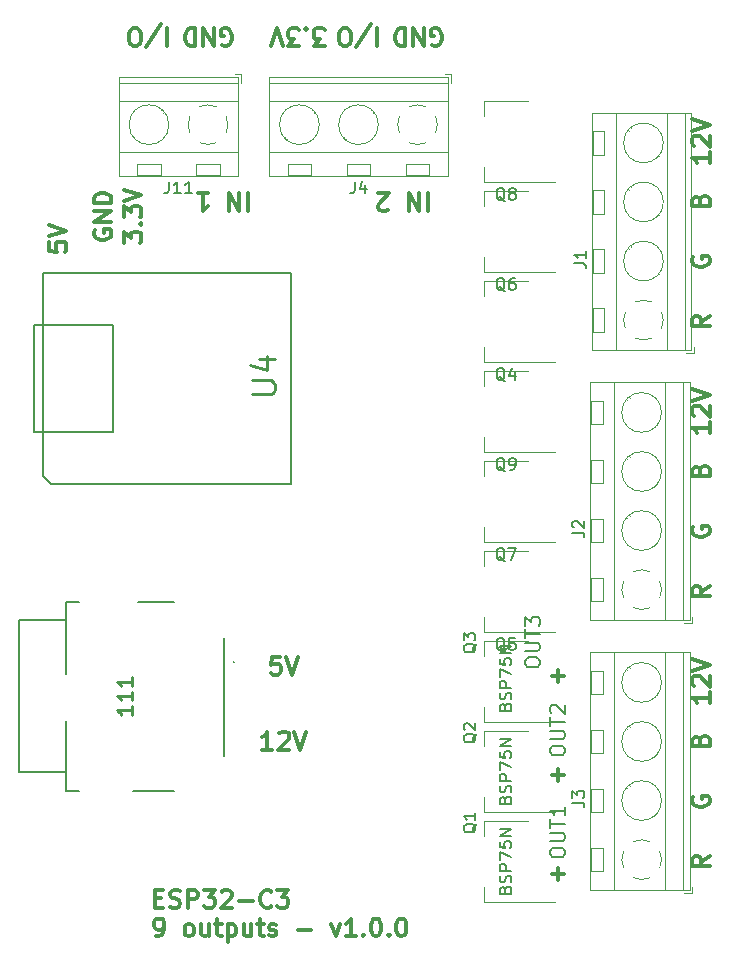
<source format=gbr>
%TF.GenerationSoftware,KiCad,Pcbnew,(6.0.6-0)*%
%TF.CreationDate,2023-10-25T18:50:17+02:00*%
%TF.ProjectId,9outputs,396f7574-7075-4747-932e-6b696361645f,rev?*%
%TF.SameCoordinates,Original*%
%TF.FileFunction,Legend,Top*%
%TF.FilePolarity,Positive*%
%FSLAX46Y46*%
G04 Gerber Fmt 4.6, Leading zero omitted, Abs format (unit mm)*
G04 Created by KiCad (PCBNEW (6.0.6-0)) date 2023-10-25 18:50:17*
%MOMM*%
%LPD*%
G01*
G04 APERTURE LIST*
%ADD10C,0.325000*%
%ADD11C,0.300000*%
%ADD12C,0.200000*%
%ADD13C,0.150000*%
%ADD14C,0.250000*%
%ADD15C,0.254000*%
%ADD16C,0.120000*%
%ADD17C,0.127000*%
%ADD18C,0.100000*%
G04 APERTURE END LIST*
D10*
X134726864Y-89190237D02*
X134726864Y-88199760D01*
X135222102Y-88694999D02*
X134231626Y-88694999D01*
D11*
X147589571Y-81069714D02*
X146875285Y-81569714D01*
X147589571Y-81926857D02*
X146089571Y-81926857D01*
X146089571Y-81355428D01*
X146161000Y-81212571D01*
X146232428Y-81141142D01*
X146375285Y-81069714D01*
X146589571Y-81069714D01*
X146732428Y-81141142D01*
X146803857Y-81212571D01*
X146875285Y-81355428D01*
X146875285Y-81926857D01*
X147589571Y-67222571D02*
X147589571Y-68079714D01*
X147589571Y-67651142D02*
X146089571Y-67651142D01*
X146303857Y-67794000D01*
X146446714Y-67936857D01*
X146518142Y-68079714D01*
X146232428Y-66651142D02*
X146161000Y-66579714D01*
X146089571Y-66436857D01*
X146089571Y-66079714D01*
X146161000Y-65936857D01*
X146232428Y-65865428D01*
X146375285Y-65794000D01*
X146518142Y-65794000D01*
X146732428Y-65865428D01*
X147589571Y-66722571D01*
X147589571Y-65794000D01*
X146089571Y-65365428D02*
X147589571Y-64865428D01*
X146089571Y-64365428D01*
X146161000Y-53201142D02*
X146089571Y-53344000D01*
X146089571Y-53558285D01*
X146161000Y-53772571D01*
X146303857Y-53915428D01*
X146446714Y-53986857D01*
X146732428Y-54058285D01*
X146946714Y-54058285D01*
X147232428Y-53986857D01*
X147375285Y-53915428D01*
X147518142Y-53772571D01*
X147589571Y-53558285D01*
X147589571Y-53415428D01*
X147518142Y-53201142D01*
X147446714Y-53129714D01*
X146946714Y-53129714D01*
X146946714Y-53415428D01*
X91634571Y-51974714D02*
X91634571Y-52689000D01*
X92348857Y-52760428D01*
X92277428Y-52689000D01*
X92206000Y-52546142D01*
X92206000Y-52189000D01*
X92277428Y-52046142D01*
X92348857Y-51974714D01*
X92491714Y-51903285D01*
X92848857Y-51903285D01*
X92991714Y-51974714D01*
X93063142Y-52046142D01*
X93134571Y-52189000D01*
X93134571Y-52546142D01*
X93063142Y-52689000D01*
X92991714Y-52760428D01*
X91634571Y-51474714D02*
X93134571Y-50974714D01*
X91634571Y-50474714D01*
X97984571Y-51998285D02*
X97984571Y-51069714D01*
X98556000Y-51569714D01*
X98556000Y-51355428D01*
X98627428Y-51212571D01*
X98698857Y-51141142D01*
X98841714Y-51069714D01*
X99198857Y-51069714D01*
X99341714Y-51141142D01*
X99413142Y-51212571D01*
X99484571Y-51355428D01*
X99484571Y-51784000D01*
X99413142Y-51926857D01*
X99341714Y-51998285D01*
X99341714Y-50426857D02*
X99413142Y-50355428D01*
X99484571Y-50426857D01*
X99413142Y-50498285D01*
X99341714Y-50426857D01*
X99484571Y-50426857D01*
X97984571Y-49855428D02*
X97984571Y-48926857D01*
X98556000Y-49426857D01*
X98556000Y-49212571D01*
X98627428Y-49069714D01*
X98698857Y-48998285D01*
X98841714Y-48926857D01*
X99198857Y-48926857D01*
X99341714Y-48998285D01*
X99413142Y-49069714D01*
X99484571Y-49212571D01*
X99484571Y-49641142D01*
X99413142Y-49784000D01*
X99341714Y-49855428D01*
X97984571Y-48498285D02*
X99484571Y-47998285D01*
X97984571Y-47498285D01*
X108497428Y-47835428D02*
X108497428Y-49335428D01*
X107783142Y-47835428D02*
X107783142Y-49335428D01*
X106926000Y-47835428D01*
X106926000Y-49335428D01*
X104283142Y-47835428D02*
X105140285Y-47835428D01*
X104711714Y-47835428D02*
X104711714Y-49335428D01*
X104854571Y-49121142D01*
X104997428Y-48978285D01*
X105140285Y-48906857D01*
X123737428Y-47835428D02*
X123737428Y-49335428D01*
X123023142Y-47835428D02*
X123023142Y-49335428D01*
X122166000Y-47835428D01*
X122166000Y-49335428D01*
X120380285Y-49192571D02*
X120308857Y-49264000D01*
X120166000Y-49335428D01*
X119808857Y-49335428D01*
X119666000Y-49264000D01*
X119594571Y-49192571D01*
X119523142Y-49049714D01*
X119523142Y-48906857D01*
X119594571Y-48692571D01*
X120451714Y-47835428D01*
X119523142Y-47835428D01*
X110577428Y-94912571D02*
X109720285Y-94912571D01*
X110148857Y-94912571D02*
X110148857Y-93412571D01*
X110006000Y-93626857D01*
X109863142Y-93769714D01*
X109720285Y-93841142D01*
X111148857Y-93555428D02*
X111220285Y-93484000D01*
X111363142Y-93412571D01*
X111720285Y-93412571D01*
X111863142Y-93484000D01*
X111934571Y-93555428D01*
X112006000Y-93698285D01*
X112006000Y-93841142D01*
X111934571Y-94055428D01*
X111077428Y-94912571D01*
X112006000Y-94912571D01*
X112434571Y-93412571D02*
X112934571Y-94912571D01*
X113434571Y-93412571D01*
D12*
X134076483Y-103748237D02*
X134076483Y-103510141D01*
X134136007Y-103391094D01*
X134255054Y-103272046D01*
X134493149Y-103212522D01*
X134909816Y-103212522D01*
X135147911Y-103272046D01*
X135266959Y-103391094D01*
X135326483Y-103510141D01*
X135326483Y-103748237D01*
X135266959Y-103867284D01*
X135147911Y-103986332D01*
X134909816Y-104045856D01*
X134493149Y-104045856D01*
X134255054Y-103986332D01*
X134136007Y-103867284D01*
X134076483Y-103748237D01*
X134076483Y-102676808D02*
X135088387Y-102676808D01*
X135207435Y-102617284D01*
X135266959Y-102557760D01*
X135326483Y-102438713D01*
X135326483Y-102200618D01*
X135266959Y-102081570D01*
X135207435Y-102022046D01*
X135088387Y-101962522D01*
X134076483Y-101962522D01*
X134076483Y-101545856D02*
X134076483Y-100831570D01*
X135326483Y-101188713D02*
X134076483Y-101188713D01*
X135326483Y-99760141D02*
X135326483Y-100474427D01*
X135326483Y-100117284D02*
X134076483Y-100117284D01*
X134255054Y-100236332D01*
X134374102Y-100355379D01*
X134433626Y-100474427D01*
D11*
X146161000Y-76061142D02*
X146089571Y-76204000D01*
X146089571Y-76418285D01*
X146161000Y-76632571D01*
X146303857Y-76775428D01*
X146446714Y-76846857D01*
X146732428Y-76918285D01*
X146946714Y-76918285D01*
X147232428Y-76846857D01*
X147375285Y-76775428D01*
X147518142Y-76632571D01*
X147589571Y-76418285D01*
X147589571Y-76275428D01*
X147518142Y-76061142D01*
X147446714Y-75989714D01*
X146946714Y-75989714D01*
X146946714Y-76275428D01*
D10*
X134726864Y-97572237D02*
X134726864Y-96581760D01*
X135222102Y-97076999D02*
X134231626Y-97076999D01*
D12*
X134076483Y-95112237D02*
X134076483Y-94874141D01*
X134136007Y-94755094D01*
X134255054Y-94636046D01*
X134493149Y-94576522D01*
X134909816Y-94576522D01*
X135147911Y-94636046D01*
X135266959Y-94755094D01*
X135326483Y-94874141D01*
X135326483Y-95112237D01*
X135266959Y-95231284D01*
X135147911Y-95350332D01*
X134909816Y-95409856D01*
X134493149Y-95409856D01*
X134255054Y-95350332D01*
X134136007Y-95231284D01*
X134076483Y-95112237D01*
X134076483Y-94040808D02*
X135088387Y-94040808D01*
X135207435Y-93981284D01*
X135266959Y-93921760D01*
X135326483Y-93802713D01*
X135326483Y-93564618D01*
X135266959Y-93445570D01*
X135207435Y-93386046D01*
X135088387Y-93326522D01*
X134076483Y-93326522D01*
X134076483Y-92909856D02*
X134076483Y-92195570D01*
X135326483Y-92552713D02*
X134076483Y-92552713D01*
X134195530Y-91838427D02*
X134136007Y-91778903D01*
X134076483Y-91659856D01*
X134076483Y-91362237D01*
X134136007Y-91243189D01*
X134195530Y-91183665D01*
X134314578Y-91124141D01*
X134433626Y-91124141D01*
X134612197Y-91183665D01*
X135326483Y-91897951D01*
X135326483Y-91124141D01*
D11*
X147589571Y-44362571D02*
X147589571Y-45219714D01*
X147589571Y-44791142D02*
X146089571Y-44791142D01*
X146303857Y-44934000D01*
X146446714Y-45076857D01*
X146518142Y-45219714D01*
X146232428Y-43791142D02*
X146161000Y-43719714D01*
X146089571Y-43576857D01*
X146089571Y-43219714D01*
X146161000Y-43076857D01*
X146232428Y-43005428D01*
X146375285Y-42934000D01*
X146518142Y-42934000D01*
X146732428Y-43005428D01*
X147589571Y-43862571D01*
X147589571Y-42934000D01*
X146089571Y-42505428D02*
X147589571Y-42005428D01*
X146089571Y-41505428D01*
X146803857Y-48406857D02*
X146875285Y-48192571D01*
X146946714Y-48121142D01*
X147089571Y-48049714D01*
X147303857Y-48049714D01*
X147446714Y-48121142D01*
X147518142Y-48192571D01*
X147589571Y-48335428D01*
X147589571Y-48906857D01*
X146089571Y-48906857D01*
X146089571Y-48406857D01*
X146161000Y-48264000D01*
X146232428Y-48192571D01*
X146375285Y-48121142D01*
X146518142Y-48121142D01*
X146661000Y-48192571D01*
X146732428Y-48264000D01*
X146803857Y-48406857D01*
X146803857Y-48906857D01*
X147589571Y-90082571D02*
X147589571Y-90939714D01*
X147589571Y-90511142D02*
X146089571Y-90511142D01*
X146303857Y-90654000D01*
X146446714Y-90796857D01*
X146518142Y-90939714D01*
X146232428Y-89511142D02*
X146161000Y-89439714D01*
X146089571Y-89296857D01*
X146089571Y-88939714D01*
X146161000Y-88796857D01*
X146232428Y-88725428D01*
X146375285Y-88654000D01*
X146518142Y-88654000D01*
X146732428Y-88725428D01*
X147589571Y-89582571D01*
X147589571Y-88654000D01*
X146089571Y-88225428D02*
X147589571Y-87725428D01*
X146089571Y-87225428D01*
X147589571Y-103929714D02*
X146875285Y-104429714D01*
X147589571Y-104786857D02*
X146089571Y-104786857D01*
X146089571Y-104215428D01*
X146161000Y-104072571D01*
X146232428Y-104001142D01*
X146375285Y-103929714D01*
X146589571Y-103929714D01*
X146732428Y-104001142D01*
X146803857Y-104072571D01*
X146875285Y-104215428D01*
X146875285Y-104786857D01*
X111220285Y-87062571D02*
X110506000Y-87062571D01*
X110434571Y-87776857D01*
X110506000Y-87705428D01*
X110648857Y-87634000D01*
X111006000Y-87634000D01*
X111148857Y-87705428D01*
X111220285Y-87776857D01*
X111291714Y-87919714D01*
X111291714Y-88276857D01*
X111220285Y-88419714D01*
X111148857Y-88491142D01*
X111006000Y-88562571D01*
X110648857Y-88562571D01*
X110506000Y-88491142D01*
X110434571Y-88419714D01*
X111720285Y-87062571D02*
X112220285Y-88562571D01*
X112720285Y-87062571D01*
D12*
X131976233Y-87655237D02*
X131976233Y-87417141D01*
X132035757Y-87298094D01*
X132154804Y-87179046D01*
X132392899Y-87119522D01*
X132809566Y-87119522D01*
X133047661Y-87179046D01*
X133166709Y-87298094D01*
X133226233Y-87417141D01*
X133226233Y-87655237D01*
X133166709Y-87774284D01*
X133047661Y-87893332D01*
X132809566Y-87952856D01*
X132392899Y-87952856D01*
X132154804Y-87893332D01*
X132035757Y-87774284D01*
X131976233Y-87655237D01*
X131976233Y-86583808D02*
X132988137Y-86583808D01*
X133107185Y-86524284D01*
X133166709Y-86464760D01*
X133226233Y-86345713D01*
X133226233Y-86107618D01*
X133166709Y-85988570D01*
X133107185Y-85929046D01*
X132988137Y-85869522D01*
X131976233Y-85869522D01*
X131976233Y-85452856D02*
X131976233Y-84738570D01*
X133226233Y-85095713D02*
X131976233Y-85095713D01*
X131976233Y-84440951D02*
X131976233Y-83667141D01*
X132452423Y-84083808D01*
X132452423Y-83905237D01*
X132511947Y-83786189D01*
X132571471Y-83726665D01*
X132690518Y-83667141D01*
X132988137Y-83667141D01*
X133107185Y-83726665D01*
X133166709Y-83786189D01*
X133226233Y-83905237D01*
X133226233Y-84262379D01*
X133166709Y-84381427D01*
X133107185Y-84440951D01*
D11*
X101647428Y-33865428D02*
X101647428Y-35365428D01*
X99861714Y-35436857D02*
X101147428Y-33508285D01*
X99076000Y-35365428D02*
X98790285Y-35365428D01*
X98647428Y-35294000D01*
X98504571Y-35151142D01*
X98433142Y-34865428D01*
X98433142Y-34365428D01*
X98504571Y-34079714D01*
X98647428Y-33936857D01*
X98790285Y-33865428D01*
X99076000Y-33865428D01*
X99218857Y-33936857D01*
X99361714Y-34079714D01*
X99433142Y-34365428D01*
X99433142Y-34865428D01*
X99361714Y-35151142D01*
X99218857Y-35294000D01*
X99076000Y-35365428D01*
X106298857Y-35294000D02*
X106441714Y-35365428D01*
X106656000Y-35365428D01*
X106870285Y-35294000D01*
X107013142Y-35151142D01*
X107084571Y-35008285D01*
X107156000Y-34722571D01*
X107156000Y-34508285D01*
X107084571Y-34222571D01*
X107013142Y-34079714D01*
X106870285Y-33936857D01*
X106656000Y-33865428D01*
X106513142Y-33865428D01*
X106298857Y-33936857D01*
X106227428Y-34008285D01*
X106227428Y-34508285D01*
X106513142Y-34508285D01*
X105584571Y-33865428D02*
X105584571Y-35365428D01*
X104727428Y-33865428D01*
X104727428Y-35365428D01*
X104013142Y-33865428D02*
X104013142Y-35365428D01*
X103656000Y-35365428D01*
X103441714Y-35294000D01*
X103298857Y-35151142D01*
X103227428Y-35008285D01*
X103156000Y-34722571D01*
X103156000Y-34508285D01*
X103227428Y-34222571D01*
X103298857Y-34079714D01*
X103441714Y-33936857D01*
X103656000Y-33865428D01*
X104013142Y-33865428D01*
X147589571Y-58209714D02*
X146875285Y-58709714D01*
X147589571Y-59066857D02*
X146089571Y-59066857D01*
X146089571Y-58495428D01*
X146161000Y-58352571D01*
X146232428Y-58281142D01*
X146375285Y-58209714D01*
X146589571Y-58209714D01*
X146732428Y-58281142D01*
X146803857Y-58352571D01*
X146875285Y-58495428D01*
X146875285Y-59066857D01*
X119427428Y-33865428D02*
X119427428Y-35365428D01*
X117641714Y-35436857D02*
X118927428Y-33508285D01*
X116856000Y-35365428D02*
X116570285Y-35365428D01*
X116427428Y-35294000D01*
X116284571Y-35151142D01*
X116213142Y-34865428D01*
X116213142Y-34365428D01*
X116284571Y-34079714D01*
X116427428Y-33936857D01*
X116570285Y-33865428D01*
X116856000Y-33865428D01*
X116998857Y-33936857D01*
X117141714Y-34079714D01*
X117213142Y-34365428D01*
X117213142Y-34865428D01*
X117141714Y-35151142D01*
X116998857Y-35294000D01*
X116856000Y-35365428D01*
X114990285Y-35365428D02*
X114061714Y-35365428D01*
X114561714Y-34794000D01*
X114347428Y-34794000D01*
X114204571Y-34722571D01*
X114133142Y-34651142D01*
X114061714Y-34508285D01*
X114061714Y-34151142D01*
X114133142Y-34008285D01*
X114204571Y-33936857D01*
X114347428Y-33865428D01*
X114776000Y-33865428D01*
X114918857Y-33936857D01*
X114990285Y-34008285D01*
X113418857Y-34008285D02*
X113347428Y-33936857D01*
X113418857Y-33865428D01*
X113490285Y-33936857D01*
X113418857Y-34008285D01*
X113418857Y-33865428D01*
X112847428Y-35365428D02*
X111918857Y-35365428D01*
X112418857Y-34794000D01*
X112204571Y-34794000D01*
X112061714Y-34722571D01*
X111990285Y-34651142D01*
X111918857Y-34508285D01*
X111918857Y-34151142D01*
X111990285Y-34008285D01*
X112061714Y-33936857D01*
X112204571Y-33865428D01*
X112633142Y-33865428D01*
X112776000Y-33936857D01*
X112847428Y-34008285D01*
X111490285Y-35365428D02*
X110990285Y-33865428D01*
X110490285Y-35365428D01*
X124078857Y-35294000D02*
X124221714Y-35365428D01*
X124436000Y-35365428D01*
X124650285Y-35294000D01*
X124793142Y-35151142D01*
X124864571Y-35008285D01*
X124936000Y-34722571D01*
X124936000Y-34508285D01*
X124864571Y-34222571D01*
X124793142Y-34079714D01*
X124650285Y-33936857D01*
X124436000Y-33865428D01*
X124293142Y-33865428D01*
X124078857Y-33936857D01*
X124007428Y-34008285D01*
X124007428Y-34508285D01*
X124293142Y-34508285D01*
X123364571Y-33865428D02*
X123364571Y-35365428D01*
X122507428Y-33865428D01*
X122507428Y-35365428D01*
X121793142Y-33865428D02*
X121793142Y-35365428D01*
X121436000Y-35365428D01*
X121221714Y-35294000D01*
X121078857Y-35151142D01*
X121007428Y-35008285D01*
X120936000Y-34722571D01*
X120936000Y-34508285D01*
X121007428Y-34222571D01*
X121078857Y-34079714D01*
X121221714Y-33936857D01*
X121436000Y-33865428D01*
X121793142Y-33865428D01*
X95516000Y-50926857D02*
X95444571Y-51069714D01*
X95444571Y-51284000D01*
X95516000Y-51498285D01*
X95658857Y-51641142D01*
X95801714Y-51712571D01*
X96087428Y-51784000D01*
X96301714Y-51784000D01*
X96587428Y-51712571D01*
X96730285Y-51641142D01*
X96873142Y-51498285D01*
X96944571Y-51284000D01*
X96944571Y-51141142D01*
X96873142Y-50926857D01*
X96801714Y-50855428D01*
X96301714Y-50855428D01*
X96301714Y-51141142D01*
X96944571Y-50212571D02*
X95444571Y-50212571D01*
X96944571Y-49355428D01*
X95444571Y-49355428D01*
X96944571Y-48641142D02*
X95444571Y-48641142D01*
X95444571Y-48284000D01*
X95516000Y-48069714D01*
X95658857Y-47926857D01*
X95801714Y-47855428D01*
X96087428Y-47784000D01*
X96301714Y-47784000D01*
X96587428Y-47855428D01*
X96730285Y-47926857D01*
X96873142Y-48069714D01*
X96944571Y-48284000D01*
X96944571Y-48641142D01*
X100628142Y-107524357D02*
X101128142Y-107524357D01*
X101342428Y-108310071D02*
X100628142Y-108310071D01*
X100628142Y-106810071D01*
X101342428Y-106810071D01*
X101913857Y-108238642D02*
X102128142Y-108310071D01*
X102485285Y-108310071D01*
X102628142Y-108238642D01*
X102699571Y-108167214D01*
X102771000Y-108024357D01*
X102771000Y-107881500D01*
X102699571Y-107738642D01*
X102628142Y-107667214D01*
X102485285Y-107595785D01*
X102199571Y-107524357D01*
X102056714Y-107452928D01*
X101985285Y-107381500D01*
X101913857Y-107238642D01*
X101913857Y-107095785D01*
X101985285Y-106952928D01*
X102056714Y-106881500D01*
X102199571Y-106810071D01*
X102556714Y-106810071D01*
X102771000Y-106881500D01*
X103413857Y-108310071D02*
X103413857Y-106810071D01*
X103985285Y-106810071D01*
X104128142Y-106881500D01*
X104199571Y-106952928D01*
X104271000Y-107095785D01*
X104271000Y-107310071D01*
X104199571Y-107452928D01*
X104128142Y-107524357D01*
X103985285Y-107595785D01*
X103413857Y-107595785D01*
X104771000Y-106810071D02*
X105699571Y-106810071D01*
X105199571Y-107381500D01*
X105413857Y-107381500D01*
X105556714Y-107452928D01*
X105628142Y-107524357D01*
X105699571Y-107667214D01*
X105699571Y-108024357D01*
X105628142Y-108167214D01*
X105556714Y-108238642D01*
X105413857Y-108310071D01*
X104985285Y-108310071D01*
X104842428Y-108238642D01*
X104771000Y-108167214D01*
X106271000Y-106952928D02*
X106342428Y-106881500D01*
X106485285Y-106810071D01*
X106842428Y-106810071D01*
X106985285Y-106881500D01*
X107056714Y-106952928D01*
X107128142Y-107095785D01*
X107128142Y-107238642D01*
X107056714Y-107452928D01*
X106199571Y-108310071D01*
X107128142Y-108310071D01*
X107771000Y-107738642D02*
X108913857Y-107738642D01*
X110485285Y-108167214D02*
X110413857Y-108238642D01*
X110199571Y-108310071D01*
X110056714Y-108310071D01*
X109842428Y-108238642D01*
X109699571Y-108095785D01*
X109628142Y-107952928D01*
X109556714Y-107667214D01*
X109556714Y-107452928D01*
X109628142Y-107167214D01*
X109699571Y-107024357D01*
X109842428Y-106881500D01*
X110056714Y-106810071D01*
X110199571Y-106810071D01*
X110413857Y-106881500D01*
X110485285Y-106952928D01*
X110985285Y-106810071D02*
X111913857Y-106810071D01*
X111413857Y-107381500D01*
X111628142Y-107381500D01*
X111771000Y-107452928D01*
X111842428Y-107524357D01*
X111913857Y-107667214D01*
X111913857Y-108024357D01*
X111842428Y-108167214D01*
X111771000Y-108238642D01*
X111628142Y-108310071D01*
X111199571Y-108310071D01*
X111056714Y-108238642D01*
X110985285Y-108167214D01*
X100699571Y-110725071D02*
X100985285Y-110725071D01*
X101128142Y-110653642D01*
X101199571Y-110582214D01*
X101342428Y-110367928D01*
X101413857Y-110082214D01*
X101413857Y-109510785D01*
X101342428Y-109367928D01*
X101271000Y-109296500D01*
X101128142Y-109225071D01*
X100842428Y-109225071D01*
X100699571Y-109296500D01*
X100628142Y-109367928D01*
X100556714Y-109510785D01*
X100556714Y-109867928D01*
X100628142Y-110010785D01*
X100699571Y-110082214D01*
X100842428Y-110153642D01*
X101128142Y-110153642D01*
X101271000Y-110082214D01*
X101342428Y-110010785D01*
X101413857Y-109867928D01*
X103413857Y-110725071D02*
X103271000Y-110653642D01*
X103199571Y-110582214D01*
X103128142Y-110439357D01*
X103128142Y-110010785D01*
X103199571Y-109867928D01*
X103271000Y-109796500D01*
X103413857Y-109725071D01*
X103628142Y-109725071D01*
X103771000Y-109796500D01*
X103842428Y-109867928D01*
X103913857Y-110010785D01*
X103913857Y-110439357D01*
X103842428Y-110582214D01*
X103771000Y-110653642D01*
X103628142Y-110725071D01*
X103413857Y-110725071D01*
X105199571Y-109725071D02*
X105199571Y-110725071D01*
X104556714Y-109725071D02*
X104556714Y-110510785D01*
X104628142Y-110653642D01*
X104771000Y-110725071D01*
X104985285Y-110725071D01*
X105128142Y-110653642D01*
X105199571Y-110582214D01*
X105699571Y-109725071D02*
X106271000Y-109725071D01*
X105913857Y-109225071D02*
X105913857Y-110510785D01*
X105985285Y-110653642D01*
X106128142Y-110725071D01*
X106271000Y-110725071D01*
X106771000Y-109725071D02*
X106771000Y-111225071D01*
X106771000Y-109796500D02*
X106913857Y-109725071D01*
X107199571Y-109725071D01*
X107342428Y-109796500D01*
X107413857Y-109867928D01*
X107485285Y-110010785D01*
X107485285Y-110439357D01*
X107413857Y-110582214D01*
X107342428Y-110653642D01*
X107199571Y-110725071D01*
X106913857Y-110725071D01*
X106771000Y-110653642D01*
X108771000Y-109725071D02*
X108771000Y-110725071D01*
X108128142Y-109725071D02*
X108128142Y-110510785D01*
X108199571Y-110653642D01*
X108342428Y-110725071D01*
X108556714Y-110725071D01*
X108699571Y-110653642D01*
X108771000Y-110582214D01*
X109271000Y-109725071D02*
X109842428Y-109725071D01*
X109485285Y-109225071D02*
X109485285Y-110510785D01*
X109556714Y-110653642D01*
X109699571Y-110725071D01*
X109842428Y-110725071D01*
X110271000Y-110653642D02*
X110413857Y-110725071D01*
X110699571Y-110725071D01*
X110842428Y-110653642D01*
X110913857Y-110510785D01*
X110913857Y-110439357D01*
X110842428Y-110296500D01*
X110699571Y-110225071D01*
X110485285Y-110225071D01*
X110342428Y-110153642D01*
X110271000Y-110010785D01*
X110271000Y-109939357D01*
X110342428Y-109796500D01*
X110485285Y-109725071D01*
X110699571Y-109725071D01*
X110842428Y-109796500D01*
X112699571Y-110153642D02*
X113842428Y-110153642D01*
X115556714Y-109725071D02*
X115913857Y-110725071D01*
X116271000Y-109725071D01*
X117628142Y-110725071D02*
X116771000Y-110725071D01*
X117199571Y-110725071D02*
X117199571Y-109225071D01*
X117056714Y-109439357D01*
X116913857Y-109582214D01*
X116771000Y-109653642D01*
X118271000Y-110582214D02*
X118342428Y-110653642D01*
X118271000Y-110725071D01*
X118199571Y-110653642D01*
X118271000Y-110582214D01*
X118271000Y-110725071D01*
X119271000Y-109225071D02*
X119413857Y-109225071D01*
X119556714Y-109296500D01*
X119628142Y-109367928D01*
X119699571Y-109510785D01*
X119771000Y-109796500D01*
X119771000Y-110153642D01*
X119699571Y-110439357D01*
X119628142Y-110582214D01*
X119556714Y-110653642D01*
X119413857Y-110725071D01*
X119271000Y-110725071D01*
X119128142Y-110653642D01*
X119056714Y-110582214D01*
X118985285Y-110439357D01*
X118913857Y-110153642D01*
X118913857Y-109796500D01*
X118985285Y-109510785D01*
X119056714Y-109367928D01*
X119128142Y-109296500D01*
X119271000Y-109225071D01*
X120413857Y-110582214D02*
X120485285Y-110653642D01*
X120413857Y-110725071D01*
X120342428Y-110653642D01*
X120413857Y-110582214D01*
X120413857Y-110725071D01*
X121413857Y-109225071D02*
X121556714Y-109225071D01*
X121699571Y-109296500D01*
X121771000Y-109367928D01*
X121842428Y-109510785D01*
X121913857Y-109796500D01*
X121913857Y-110153642D01*
X121842428Y-110439357D01*
X121771000Y-110582214D01*
X121699571Y-110653642D01*
X121556714Y-110725071D01*
X121413857Y-110725071D01*
X121271000Y-110653642D01*
X121199571Y-110582214D01*
X121128142Y-110439357D01*
X121056714Y-110153642D01*
X121056714Y-109796500D01*
X121128142Y-109510785D01*
X121199571Y-109367928D01*
X121271000Y-109296500D01*
X121413857Y-109225071D01*
D10*
X134726864Y-105954237D02*
X134726864Y-104963760D01*
X135222102Y-105458999D02*
X134231626Y-105458999D01*
D11*
X146803857Y-94126857D02*
X146875285Y-93912571D01*
X146946714Y-93841142D01*
X147089571Y-93769714D01*
X147303857Y-93769714D01*
X147446714Y-93841142D01*
X147518142Y-93912571D01*
X147589571Y-94055428D01*
X147589571Y-94626857D01*
X146089571Y-94626857D01*
X146089571Y-94126857D01*
X146161000Y-93984000D01*
X146232428Y-93912571D01*
X146375285Y-93841142D01*
X146518142Y-93841142D01*
X146661000Y-93912571D01*
X146732428Y-93984000D01*
X146803857Y-94126857D01*
X146803857Y-94626857D01*
X146161000Y-98921142D02*
X146089571Y-99064000D01*
X146089571Y-99278285D01*
X146161000Y-99492571D01*
X146303857Y-99635428D01*
X146446714Y-99706857D01*
X146732428Y-99778285D01*
X146946714Y-99778285D01*
X147232428Y-99706857D01*
X147375285Y-99635428D01*
X147518142Y-99492571D01*
X147589571Y-99278285D01*
X147589571Y-99135428D01*
X147518142Y-98921142D01*
X147446714Y-98849714D01*
X146946714Y-98849714D01*
X146946714Y-99135428D01*
X146803857Y-71266857D02*
X146875285Y-71052571D01*
X146946714Y-70981142D01*
X147089571Y-70909714D01*
X147303857Y-70909714D01*
X147446714Y-70981142D01*
X147518142Y-71052571D01*
X147589571Y-71195428D01*
X147589571Y-71766857D01*
X146089571Y-71766857D01*
X146089571Y-71266857D01*
X146161000Y-71124000D01*
X146232428Y-71052571D01*
X146375285Y-70981142D01*
X146518142Y-70981142D01*
X146661000Y-71052571D01*
X146732428Y-71124000D01*
X146803857Y-71266857D01*
X146803857Y-71766857D01*
D13*
%TO.C,J1*%
X136123380Y-53722333D02*
X136837666Y-53722333D01*
X136980523Y-53769952D01*
X137075761Y-53865190D01*
X137123380Y-54008047D01*
X137123380Y-54103285D01*
X137123380Y-52722333D02*
X137123380Y-53293761D01*
X137123380Y-53008047D02*
X136123380Y-53008047D01*
X136266238Y-53103285D01*
X136361476Y-53198523D01*
X136409095Y-53293761D01*
%TO.C,Q7*%
X130260768Y-78961618D02*
X130165530Y-78913999D01*
X130070292Y-78818760D01*
X129927435Y-78675903D01*
X129832197Y-78628284D01*
X129736959Y-78628284D01*
X129784578Y-78866379D02*
X129689340Y-78818760D01*
X129594102Y-78723522D01*
X129546483Y-78533046D01*
X129546483Y-78199713D01*
X129594102Y-78009237D01*
X129689340Y-77913999D01*
X129784578Y-77866379D01*
X129975054Y-77866379D01*
X130070292Y-77913999D01*
X130165530Y-78009237D01*
X130213149Y-78199713D01*
X130213149Y-78533046D01*
X130165530Y-78723522D01*
X130070292Y-78818760D01*
X129975054Y-78866379D01*
X129784578Y-78866379D01*
X130546483Y-77866379D02*
X131213149Y-77866379D01*
X130784578Y-78866379D01*
%TO.C,Q9*%
X130260768Y-71341618D02*
X130165530Y-71293999D01*
X130070292Y-71198760D01*
X129927435Y-71055903D01*
X129832197Y-71008284D01*
X129736959Y-71008284D01*
X129784578Y-71246379D02*
X129689340Y-71198760D01*
X129594102Y-71103522D01*
X129546483Y-70913046D01*
X129546483Y-70579713D01*
X129594102Y-70389237D01*
X129689340Y-70293999D01*
X129784578Y-70246379D01*
X129975054Y-70246379D01*
X130070292Y-70293999D01*
X130165530Y-70389237D01*
X130213149Y-70579713D01*
X130213149Y-70913046D01*
X130165530Y-71103522D01*
X130070292Y-71198760D01*
X129975054Y-71246379D01*
X129784578Y-71246379D01*
X130689340Y-71246379D02*
X130879816Y-71246379D01*
X130975054Y-71198760D01*
X131022673Y-71151141D01*
X131117911Y-71008284D01*
X131165530Y-70817808D01*
X131165530Y-70436856D01*
X131117911Y-70341618D01*
X131070292Y-70293999D01*
X130975054Y-70246379D01*
X130784578Y-70246379D01*
X130689340Y-70293999D01*
X130641721Y-70341618D01*
X130594102Y-70436856D01*
X130594102Y-70674951D01*
X130641721Y-70770189D01*
X130689340Y-70817808D01*
X130784578Y-70865427D01*
X130975054Y-70865427D01*
X131070292Y-70817808D01*
X131117911Y-70770189D01*
X131165530Y-70674951D01*
D14*
%TO.C,U4*%
X108803587Y-64804809D02*
X110422635Y-64804809D01*
X110613111Y-64709571D01*
X110708349Y-64614333D01*
X110803587Y-64423857D01*
X110803587Y-64042904D01*
X110708349Y-63852428D01*
X110613111Y-63757190D01*
X110422635Y-63661952D01*
X108803587Y-63661952D01*
X109470254Y-61852428D02*
X110803587Y-61852428D01*
X108708349Y-62328619D02*
X110136921Y-62804809D01*
X110136921Y-61566714D01*
D13*
%TO.C,Q5*%
X130260768Y-86581618D02*
X130165530Y-86533999D01*
X130070292Y-86438760D01*
X129927435Y-86295903D01*
X129832197Y-86248284D01*
X129736959Y-86248284D01*
X129784578Y-86486379D02*
X129689340Y-86438760D01*
X129594102Y-86343522D01*
X129546483Y-86153046D01*
X129546483Y-85819713D01*
X129594102Y-85629237D01*
X129689340Y-85533999D01*
X129784578Y-85486379D01*
X129975054Y-85486379D01*
X130070292Y-85533999D01*
X130165530Y-85629237D01*
X130213149Y-85819713D01*
X130213149Y-86153046D01*
X130165530Y-86343522D01*
X130070292Y-86438760D01*
X129975054Y-86486379D01*
X129784578Y-86486379D01*
X131117911Y-85486379D02*
X130641721Y-85486379D01*
X130594102Y-85962570D01*
X130641721Y-85914951D01*
X130736959Y-85867332D01*
X130975054Y-85867332D01*
X131070292Y-85914951D01*
X131117911Y-85962570D01*
X131165530Y-86057808D01*
X131165530Y-86295903D01*
X131117911Y-86391141D01*
X131070292Y-86438760D01*
X130975054Y-86486379D01*
X130736959Y-86486379D01*
X130641721Y-86438760D01*
X130594102Y-86391141D01*
%TO.C,J11*%
X101806476Y-46821380D02*
X101806476Y-47535666D01*
X101758857Y-47678523D01*
X101663619Y-47773761D01*
X101520761Y-47821380D01*
X101425523Y-47821380D01*
X102806476Y-47821380D02*
X102235047Y-47821380D01*
X102520761Y-47821380D02*
X102520761Y-46821380D01*
X102425523Y-46964238D01*
X102330285Y-47059476D01*
X102235047Y-47107095D01*
X103758857Y-47821380D02*
X103187428Y-47821380D01*
X103473142Y-47821380D02*
X103473142Y-46821380D01*
X103377904Y-46964238D01*
X103282666Y-47059476D01*
X103187428Y-47107095D01*
%TO.C,Q3*%
X127855626Y-85947237D02*
X127808007Y-86042475D01*
X127712768Y-86137713D01*
X127569911Y-86280570D01*
X127522292Y-86375808D01*
X127522292Y-86471046D01*
X127760387Y-86423427D02*
X127712768Y-86518665D01*
X127617530Y-86613903D01*
X127427054Y-86661522D01*
X127093721Y-86661522D01*
X126903245Y-86613903D01*
X126808007Y-86518665D01*
X126760387Y-86423427D01*
X126760387Y-86232951D01*
X126808007Y-86137713D01*
X126903245Y-86042475D01*
X127093721Y-85994856D01*
X127427054Y-85994856D01*
X127617530Y-86042475D01*
X127712768Y-86137713D01*
X127760387Y-86232951D01*
X127760387Y-86423427D01*
X126760387Y-85661522D02*
X126760387Y-85042475D01*
X127141340Y-85375808D01*
X127141340Y-85232951D01*
X127188959Y-85137713D01*
X127236578Y-85090094D01*
X127331816Y-85042475D01*
X127569911Y-85042475D01*
X127665149Y-85090094D01*
X127712768Y-85137713D01*
X127760387Y-85232951D01*
X127760387Y-85518665D01*
X127712768Y-85613903D01*
X127665149Y-85661522D01*
X130284578Y-91280951D02*
X130332197Y-91138094D01*
X130379816Y-91090475D01*
X130475054Y-91042856D01*
X130617911Y-91042856D01*
X130713149Y-91090475D01*
X130760768Y-91138094D01*
X130808387Y-91233332D01*
X130808387Y-91614284D01*
X129808387Y-91614284D01*
X129808387Y-91280951D01*
X129856007Y-91185713D01*
X129903626Y-91138094D01*
X129998864Y-91090475D01*
X130094102Y-91090475D01*
X130189340Y-91138094D01*
X130236959Y-91185713D01*
X130284578Y-91280951D01*
X130284578Y-91614284D01*
X130760768Y-90661903D02*
X130808387Y-90519046D01*
X130808387Y-90280951D01*
X130760768Y-90185713D01*
X130713149Y-90138094D01*
X130617911Y-90090475D01*
X130522673Y-90090475D01*
X130427435Y-90138094D01*
X130379816Y-90185713D01*
X130332197Y-90280951D01*
X130284578Y-90471427D01*
X130236959Y-90566665D01*
X130189340Y-90614284D01*
X130094102Y-90661903D01*
X129998864Y-90661903D01*
X129903626Y-90614284D01*
X129856007Y-90566665D01*
X129808387Y-90471427D01*
X129808387Y-90233332D01*
X129856007Y-90090475D01*
X130808387Y-89661903D02*
X129808387Y-89661903D01*
X129808387Y-89280951D01*
X129856007Y-89185713D01*
X129903626Y-89138094D01*
X129998864Y-89090475D01*
X130141721Y-89090475D01*
X130236959Y-89138094D01*
X130284578Y-89185713D01*
X130332197Y-89280951D01*
X130332197Y-89661903D01*
X129808387Y-88757141D02*
X129808387Y-88090475D01*
X130808387Y-88519046D01*
X129808387Y-87233332D02*
X129808387Y-87709522D01*
X130284578Y-87757141D01*
X130236959Y-87709522D01*
X130189340Y-87614284D01*
X130189340Y-87376189D01*
X130236959Y-87280951D01*
X130284578Y-87233332D01*
X130379816Y-87185713D01*
X130617911Y-87185713D01*
X130713149Y-87233332D01*
X130760768Y-87280951D01*
X130808387Y-87376189D01*
X130808387Y-87614284D01*
X130760768Y-87709522D01*
X130713149Y-87757141D01*
X130808387Y-86757141D02*
X129808387Y-86757141D01*
X130808387Y-86185713D01*
X129808387Y-86185713D01*
D15*
%TO.C,111*%
X98689523Y-91230666D02*
X98689523Y-91956380D01*
X98689523Y-91593523D02*
X97419523Y-91593523D01*
X97600952Y-91714476D01*
X97721904Y-91835428D01*
X97782380Y-91956380D01*
X98689523Y-90021142D02*
X98689523Y-90746857D01*
X98689523Y-90384000D02*
X97419523Y-90384000D01*
X97600952Y-90504952D01*
X97721904Y-90625904D01*
X97782380Y-90746857D01*
X98689523Y-88811619D02*
X98689523Y-89537333D01*
X98689523Y-89174476D02*
X97419523Y-89174476D01*
X97600952Y-89295428D01*
X97721904Y-89416380D01*
X97782380Y-89537333D01*
D13*
%TO.C,J4*%
X117522666Y-46821380D02*
X117522666Y-47535666D01*
X117475047Y-47678523D01*
X117379809Y-47773761D01*
X117236952Y-47821380D01*
X117141714Y-47821380D01*
X118427428Y-47154714D02*
X118427428Y-47821380D01*
X118189333Y-46773761D02*
X117951238Y-47488047D01*
X118570285Y-47488047D01*
%TO.C,J3*%
X135968380Y-99402333D02*
X136682666Y-99402333D01*
X136825523Y-99449952D01*
X136920761Y-99545190D01*
X136968380Y-99688047D01*
X136968380Y-99783285D01*
X135968380Y-99021380D02*
X135968380Y-98402333D01*
X136349333Y-98735666D01*
X136349333Y-98592809D01*
X136396952Y-98497571D01*
X136444571Y-98449952D01*
X136539809Y-98402333D01*
X136777904Y-98402333D01*
X136873142Y-98449952D01*
X136920761Y-98497571D01*
X136968380Y-98592809D01*
X136968380Y-98878523D01*
X136920761Y-98973761D01*
X136873142Y-99021380D01*
%TO.C,Q2*%
X127855626Y-93567237D02*
X127808007Y-93662475D01*
X127712768Y-93757713D01*
X127569911Y-93900570D01*
X127522292Y-93995808D01*
X127522292Y-94091046D01*
X127760387Y-94043427D02*
X127712768Y-94138665D01*
X127617530Y-94233903D01*
X127427054Y-94281522D01*
X127093721Y-94281522D01*
X126903245Y-94233903D01*
X126808007Y-94138665D01*
X126760387Y-94043427D01*
X126760387Y-93852951D01*
X126808007Y-93757713D01*
X126903245Y-93662475D01*
X127093721Y-93614856D01*
X127427054Y-93614856D01*
X127617530Y-93662475D01*
X127712768Y-93757713D01*
X127760387Y-93852951D01*
X127760387Y-94043427D01*
X126855626Y-93233903D02*
X126808007Y-93186284D01*
X126760387Y-93091046D01*
X126760387Y-92852951D01*
X126808007Y-92757713D01*
X126855626Y-92710094D01*
X126950864Y-92662475D01*
X127046102Y-92662475D01*
X127188959Y-92710094D01*
X127760387Y-93281522D01*
X127760387Y-92662475D01*
X130284578Y-99154951D02*
X130332197Y-99012094D01*
X130379816Y-98964475D01*
X130475054Y-98916856D01*
X130617911Y-98916856D01*
X130713149Y-98964475D01*
X130760768Y-99012094D01*
X130808387Y-99107332D01*
X130808387Y-99488284D01*
X129808387Y-99488284D01*
X129808387Y-99154951D01*
X129856007Y-99059713D01*
X129903626Y-99012094D01*
X129998864Y-98964475D01*
X130094102Y-98964475D01*
X130189340Y-99012094D01*
X130236959Y-99059713D01*
X130284578Y-99154951D01*
X130284578Y-99488284D01*
X130760768Y-98535903D02*
X130808387Y-98393046D01*
X130808387Y-98154951D01*
X130760768Y-98059713D01*
X130713149Y-98012094D01*
X130617911Y-97964475D01*
X130522673Y-97964475D01*
X130427435Y-98012094D01*
X130379816Y-98059713D01*
X130332197Y-98154951D01*
X130284578Y-98345427D01*
X130236959Y-98440665D01*
X130189340Y-98488284D01*
X130094102Y-98535903D01*
X129998864Y-98535903D01*
X129903626Y-98488284D01*
X129856007Y-98440665D01*
X129808387Y-98345427D01*
X129808387Y-98107332D01*
X129856007Y-97964475D01*
X130808387Y-97535903D02*
X129808387Y-97535903D01*
X129808387Y-97154951D01*
X129856007Y-97059713D01*
X129903626Y-97012094D01*
X129998864Y-96964475D01*
X130141721Y-96964475D01*
X130236959Y-97012094D01*
X130284578Y-97059713D01*
X130332197Y-97154951D01*
X130332197Y-97535903D01*
X129808387Y-96631141D02*
X129808387Y-95964475D01*
X130808387Y-96393046D01*
X129808387Y-95107332D02*
X129808387Y-95583522D01*
X130284578Y-95631141D01*
X130236959Y-95583522D01*
X130189340Y-95488284D01*
X130189340Y-95250189D01*
X130236959Y-95154951D01*
X130284578Y-95107332D01*
X130379816Y-95059713D01*
X130617911Y-95059713D01*
X130713149Y-95107332D01*
X130760768Y-95154951D01*
X130808387Y-95250189D01*
X130808387Y-95488284D01*
X130760768Y-95583522D01*
X130713149Y-95631141D01*
X130808387Y-94631141D02*
X129808387Y-94631141D01*
X130808387Y-94059713D01*
X129808387Y-94059713D01*
%TO.C,Q1*%
X127855626Y-101187237D02*
X127808007Y-101282475D01*
X127712768Y-101377713D01*
X127569911Y-101520570D01*
X127522292Y-101615808D01*
X127522292Y-101711046D01*
X127760387Y-101663427D02*
X127712768Y-101758665D01*
X127617530Y-101853903D01*
X127427054Y-101901522D01*
X127093721Y-101901522D01*
X126903245Y-101853903D01*
X126808007Y-101758665D01*
X126760387Y-101663427D01*
X126760387Y-101472951D01*
X126808007Y-101377713D01*
X126903245Y-101282475D01*
X127093721Y-101234856D01*
X127427054Y-101234856D01*
X127617530Y-101282475D01*
X127712768Y-101377713D01*
X127760387Y-101472951D01*
X127760387Y-101663427D01*
X127760387Y-100282475D02*
X127760387Y-100853903D01*
X127760387Y-100568189D02*
X126760387Y-100568189D01*
X126903245Y-100663427D01*
X126998483Y-100758665D01*
X127046102Y-100853903D01*
X130284578Y-106774951D02*
X130332197Y-106632094D01*
X130379816Y-106584475D01*
X130475054Y-106536856D01*
X130617911Y-106536856D01*
X130713149Y-106584475D01*
X130760768Y-106632094D01*
X130808387Y-106727332D01*
X130808387Y-107108284D01*
X129808387Y-107108284D01*
X129808387Y-106774951D01*
X129856007Y-106679713D01*
X129903626Y-106632094D01*
X129998864Y-106584475D01*
X130094102Y-106584475D01*
X130189340Y-106632094D01*
X130236959Y-106679713D01*
X130284578Y-106774951D01*
X130284578Y-107108284D01*
X130760768Y-106155903D02*
X130808387Y-106013046D01*
X130808387Y-105774951D01*
X130760768Y-105679713D01*
X130713149Y-105632094D01*
X130617911Y-105584475D01*
X130522673Y-105584475D01*
X130427435Y-105632094D01*
X130379816Y-105679713D01*
X130332197Y-105774951D01*
X130284578Y-105965427D01*
X130236959Y-106060665D01*
X130189340Y-106108284D01*
X130094102Y-106155903D01*
X129998864Y-106155903D01*
X129903626Y-106108284D01*
X129856007Y-106060665D01*
X129808387Y-105965427D01*
X129808387Y-105727332D01*
X129856007Y-105584475D01*
X130808387Y-105155903D02*
X129808387Y-105155903D01*
X129808387Y-104774951D01*
X129856007Y-104679713D01*
X129903626Y-104632094D01*
X129998864Y-104584475D01*
X130141721Y-104584475D01*
X130236959Y-104632094D01*
X130284578Y-104679713D01*
X130332197Y-104774951D01*
X130332197Y-105155903D01*
X129808387Y-104251141D02*
X129808387Y-103584475D01*
X130808387Y-104013046D01*
X129808387Y-102727332D02*
X129808387Y-103203522D01*
X130284578Y-103251141D01*
X130236959Y-103203522D01*
X130189340Y-103108284D01*
X130189340Y-102870189D01*
X130236959Y-102774951D01*
X130284578Y-102727332D01*
X130379816Y-102679713D01*
X130617911Y-102679713D01*
X130713149Y-102727332D01*
X130760768Y-102774951D01*
X130808387Y-102870189D01*
X130808387Y-103108284D01*
X130760768Y-103203522D01*
X130713149Y-103251141D01*
X130808387Y-102251141D02*
X129808387Y-102251141D01*
X130808387Y-101679713D01*
X129808387Y-101679713D01*
%TO.C,Q4*%
X130260768Y-63721618D02*
X130165530Y-63673999D01*
X130070292Y-63578760D01*
X129927435Y-63435903D01*
X129832197Y-63388284D01*
X129736959Y-63388284D01*
X129784578Y-63626379D02*
X129689340Y-63578760D01*
X129594102Y-63483522D01*
X129546483Y-63293046D01*
X129546483Y-62959713D01*
X129594102Y-62769237D01*
X129689340Y-62673999D01*
X129784578Y-62626379D01*
X129975054Y-62626379D01*
X130070292Y-62673999D01*
X130165530Y-62769237D01*
X130213149Y-62959713D01*
X130213149Y-63293046D01*
X130165530Y-63483522D01*
X130070292Y-63578760D01*
X129975054Y-63626379D01*
X129784578Y-63626379D01*
X131070292Y-62959713D02*
X131070292Y-63626379D01*
X130832197Y-62578760D02*
X130594102Y-63293046D01*
X131213149Y-63293046D01*
%TO.C,Q6*%
X130260768Y-56101618D02*
X130165530Y-56053999D01*
X130070292Y-55958760D01*
X129927435Y-55815903D01*
X129832197Y-55768284D01*
X129736959Y-55768284D01*
X129784578Y-56006379D02*
X129689340Y-55958760D01*
X129594102Y-55863522D01*
X129546483Y-55673046D01*
X129546483Y-55339713D01*
X129594102Y-55149237D01*
X129689340Y-55053999D01*
X129784578Y-55006379D01*
X129975054Y-55006379D01*
X130070292Y-55053999D01*
X130165530Y-55149237D01*
X130213149Y-55339713D01*
X130213149Y-55673046D01*
X130165530Y-55863522D01*
X130070292Y-55958760D01*
X129975054Y-56006379D01*
X129784578Y-56006379D01*
X131070292Y-55006379D02*
X130879816Y-55006379D01*
X130784578Y-55053999D01*
X130736959Y-55101618D01*
X130641721Y-55244475D01*
X130594102Y-55434951D01*
X130594102Y-55815903D01*
X130641721Y-55911141D01*
X130689340Y-55958760D01*
X130784578Y-56006379D01*
X130975054Y-56006379D01*
X131070292Y-55958760D01*
X131117911Y-55911141D01*
X131165530Y-55815903D01*
X131165530Y-55577808D01*
X131117911Y-55482570D01*
X131070292Y-55434951D01*
X130975054Y-55387332D01*
X130784578Y-55387332D01*
X130689340Y-55434951D01*
X130641721Y-55482570D01*
X130594102Y-55577808D01*
%TO.C,J2*%
X135968380Y-76542333D02*
X136682666Y-76542333D01*
X136825523Y-76589952D01*
X136920761Y-76685190D01*
X136968380Y-76828047D01*
X136968380Y-76923285D01*
X136063619Y-76113761D02*
X136016000Y-76066142D01*
X135968380Y-75970904D01*
X135968380Y-75732809D01*
X136016000Y-75637571D01*
X136063619Y-75589952D01*
X136158857Y-75542333D01*
X136254095Y-75542333D01*
X136396952Y-75589952D01*
X136968380Y-76161380D01*
X136968380Y-75542333D01*
%TO.C,Q8*%
X130260768Y-48481618D02*
X130165530Y-48433999D01*
X130070292Y-48338760D01*
X129927435Y-48195903D01*
X129832197Y-48148284D01*
X129736959Y-48148284D01*
X129784578Y-48386379D02*
X129689340Y-48338760D01*
X129594102Y-48243522D01*
X129546483Y-48053046D01*
X129546483Y-47719713D01*
X129594102Y-47529237D01*
X129689340Y-47433999D01*
X129784578Y-47386379D01*
X129975054Y-47386379D01*
X130070292Y-47433999D01*
X130165530Y-47529237D01*
X130213149Y-47719713D01*
X130213149Y-48053046D01*
X130165530Y-48243522D01*
X130070292Y-48338760D01*
X129975054Y-48386379D01*
X129784578Y-48386379D01*
X130784578Y-47814951D02*
X130689340Y-47767332D01*
X130641721Y-47719713D01*
X130594102Y-47624475D01*
X130594102Y-47576856D01*
X130641721Y-47481618D01*
X130689340Y-47433999D01*
X130784578Y-47386379D01*
X130975054Y-47386379D01*
X131070292Y-47433999D01*
X131117911Y-47481618D01*
X131165530Y-47576856D01*
X131165530Y-47624475D01*
X131117911Y-47719713D01*
X131070292Y-47767332D01*
X130975054Y-47814951D01*
X130784578Y-47814951D01*
X130689340Y-47862570D01*
X130641721Y-47910189D01*
X130594102Y-48005427D01*
X130594102Y-48195903D01*
X130641721Y-48291141D01*
X130689340Y-48338760D01*
X130784578Y-48386379D01*
X130975054Y-48386379D01*
X131070292Y-48338760D01*
X131117911Y-48291141D01*
X131165530Y-48195903D01*
X131165530Y-48005427D01*
X131117911Y-47910189D01*
X131070292Y-47862570D01*
X130975054Y-47814951D01*
D16*
%TO.C,J1*%
X140917000Y-47279000D02*
X140963000Y-47326000D01*
X145486000Y-61114000D02*
X145486000Y-40993000D01*
X137626000Y-61114000D02*
X137626000Y-40993000D01*
X146046000Y-61114000D02*
X146046000Y-40993000D01*
X140917000Y-42279000D02*
X140963000Y-42326000D01*
X137686000Y-49554000D02*
X137686000Y-47554000D01*
X140711000Y-47484000D02*
X140747000Y-47519000D01*
X137686000Y-54554000D02*
X138686000Y-54554000D01*
X137686000Y-42554000D02*
X138686000Y-42554000D01*
X140711000Y-52484000D02*
X140747000Y-52519000D01*
X146286000Y-61354000D02*
X146286000Y-60854000D01*
X137626000Y-61114000D02*
X146046000Y-61114000D01*
X138686000Y-44554000D02*
X138686000Y-42554000D01*
X143009000Y-54781000D02*
X143055000Y-54828000D01*
X143225000Y-49588000D02*
X143260000Y-49623000D01*
X137686000Y-44554000D02*
X137686000Y-42554000D01*
X140711000Y-42484000D02*
X140747000Y-42519000D01*
X145546000Y-61354000D02*
X146286000Y-61354000D01*
X143986000Y-61114000D02*
X143986000Y-40993000D01*
X139685000Y-61114000D02*
X139685000Y-40993000D01*
X137686000Y-44554000D02*
X138686000Y-44554000D01*
X143225000Y-54588000D02*
X143260000Y-54623000D01*
X143009000Y-44781000D02*
X143055000Y-44828000D01*
X143225000Y-44588000D02*
X143260000Y-44623000D01*
X137686000Y-54554000D02*
X137686000Y-52554000D01*
X138686000Y-49554000D02*
X138686000Y-47554000D01*
X138686000Y-59554000D02*
X138686000Y-57554000D01*
X138686000Y-54554000D02*
X138686000Y-52554000D01*
X137686000Y-52554000D02*
X138686000Y-52554000D01*
X137686000Y-49554000D02*
X138686000Y-49554000D01*
X140917000Y-52279000D02*
X140963000Y-52326000D01*
X137626000Y-40993000D02*
X146046000Y-40993000D01*
X137686000Y-59554000D02*
X138686000Y-59554000D01*
X137686000Y-59554000D02*
X137686000Y-57554000D01*
X143009000Y-49781000D02*
X143055000Y-49828000D01*
X137686000Y-57554000D02*
X138686000Y-57554000D01*
X137686000Y-47554000D02*
X138686000Y-47554000D01*
X142670000Y-57018999D02*
G75*
G03*
X141302958Y-57018573I-684000J-1535001D01*
G01*
X140451000Y-57870000D02*
G75*
G03*
X140450573Y-59237042I1534993J-684001D01*
G01*
X143521000Y-59238000D02*
G75*
G03*
X143666253Y-58525195I-1535001J683999D01*
G01*
X141302000Y-60089000D02*
G75*
G03*
X142669042Y-60089427I684001J1534993D01*
G01*
X143666000Y-58554000D02*
G75*
G03*
X143520756Y-57870682I-1680000J0D01*
G01*
X143666000Y-48554000D02*
G75*
G03*
X143666000Y-48554000I-1680000J0D01*
G01*
X143666000Y-53554000D02*
G75*
G03*
X143666000Y-53554000I-1680000J0D01*
G01*
X143666000Y-43554000D02*
G75*
G03*
X143666000Y-43554000I-1680000J0D01*
G01*
%TO.C,Q7*%
X128446007Y-77323999D02*
X128446007Y-76063999D01*
X134456007Y-77323999D02*
X128446007Y-77323999D01*
X128446007Y-70503999D02*
X128446007Y-71763999D01*
X132206007Y-70503999D02*
X128446007Y-70503999D01*
%TO.C,Q9*%
X128446007Y-69703999D02*
X128446007Y-68443999D01*
X128446007Y-62883999D02*
X128446007Y-64143999D01*
X132206007Y-62883999D02*
X128446007Y-62883999D01*
X134456007Y-69703999D02*
X128446007Y-69703999D01*
D17*
%TO.C,U4*%
X91799576Y-72405000D02*
X112128076Y-72405000D01*
X97056076Y-59010000D02*
X97056076Y-68009000D01*
X112128076Y-72405000D02*
X112128076Y-54605000D01*
X91128076Y-71733459D02*
X91799576Y-72405000D01*
X91128076Y-54605000D02*
X91128076Y-71733459D01*
X90377425Y-59010000D02*
X97056076Y-59010000D01*
X97056076Y-68009000D02*
X90377425Y-68009000D01*
X112128076Y-54605000D02*
X91128076Y-54605000D01*
X90377425Y-68009000D02*
X90377425Y-59010000D01*
D16*
%TO.C,Q5*%
X128446007Y-84943999D02*
X128446007Y-83683999D01*
X128446007Y-78123999D02*
X128446007Y-79383999D01*
X134456007Y-84943999D02*
X128446007Y-84943999D01*
X132206007Y-78123999D02*
X128446007Y-78123999D01*
%TO.C,J11*%
X107676000Y-40009000D02*
X97556000Y-40009000D01*
X107676000Y-46369000D02*
X97556000Y-46369000D01*
X99046000Y-43284000D02*
X99081000Y-43248000D01*
X101116000Y-45309000D02*
X99116000Y-45309000D01*
X101116000Y-46309000D02*
X99116000Y-46309000D01*
X107916000Y-37709000D02*
X107416000Y-37709000D01*
X101116000Y-46309000D02*
X101116000Y-45309000D01*
X106116000Y-46309000D02*
X104116000Y-46309000D01*
X107916000Y-38449000D02*
X107916000Y-37709000D01*
X107676000Y-46369000D02*
X107676000Y-37949000D01*
X101150000Y-40770000D02*
X101185000Y-40735000D01*
X104116000Y-46309000D02*
X104116000Y-45309000D01*
X107676000Y-38509000D02*
X97556000Y-38509000D01*
X107676000Y-44310000D02*
X97556000Y-44310000D01*
X99116000Y-46309000D02*
X99116000Y-45309000D01*
X101343000Y-40986000D02*
X101390000Y-40940000D01*
X106116000Y-45309000D02*
X104116000Y-45309000D01*
X97556000Y-46369000D02*
X97556000Y-37949000D01*
X98841000Y-43078000D02*
X98888000Y-43032000D01*
X107676000Y-37949000D02*
X97556000Y-37949000D01*
X106116000Y-46309000D02*
X106116000Y-45309000D01*
X106651000Y-42693000D02*
G75*
G03*
X106651427Y-41325958I-1534993J684001D01*
G01*
X105800000Y-40474000D02*
G75*
G03*
X105087195Y-40328747I-683999J-1535001D01*
G01*
X103580999Y-41325000D02*
G75*
G03*
X103580573Y-42692042I1535001J-684000D01*
G01*
X105116000Y-40329000D02*
G75*
G03*
X104432682Y-40474244I0J-1680000D01*
G01*
X104432000Y-43544000D02*
G75*
G03*
X105799042Y-43544427I684001J1534993D01*
G01*
X101796000Y-42009000D02*
G75*
G03*
X101796000Y-42009000I-1680000J0D01*
G01*
%TO.C,Q3*%
X128446007Y-92563999D02*
X128446007Y-91303999D01*
X132206007Y-85743999D02*
X128446007Y-85743999D01*
X134456007Y-92563999D02*
X128446007Y-92563999D01*
X128446007Y-85743999D02*
X128446007Y-87003999D01*
D12*
%TO.C,111*%
X93076000Y-92484000D02*
X93076000Y-98384000D01*
X89076000Y-83934000D02*
X89076000Y-96834000D01*
X106476000Y-85484000D02*
X106476000Y-95484000D01*
D18*
X107226000Y-87484000D02*
X107226000Y-87484000D01*
D12*
X93076000Y-83934000D02*
X89076000Y-83934000D01*
X102226000Y-82384000D02*
X99226000Y-82384000D01*
X93076000Y-98384000D02*
X94226000Y-98384000D01*
D18*
X107326000Y-87484000D02*
X107326000Y-87484000D01*
D12*
X94226000Y-82384000D02*
X93076000Y-82384000D01*
X93076000Y-82384000D02*
X93076000Y-88484000D01*
X89076000Y-96834000D02*
X93076000Y-96834000D01*
X102226000Y-98384000D02*
X98726000Y-98384000D01*
D18*
X107226000Y-87484000D02*
G75*
G03*
X107326000Y-87484000I50000J0D01*
G01*
X107326000Y-87484000D02*
G75*
G03*
X107226000Y-87484000I-50000J0D01*
G01*
D16*
%TO.C,J4*%
X123856000Y-46309000D02*
X121856000Y-46309000D01*
X111581000Y-43078000D02*
X111628000Y-43032000D01*
X125416000Y-46369000D02*
X125416000Y-37949000D01*
X125656000Y-38449000D02*
X125656000Y-37709000D01*
X118856000Y-45309000D02*
X116856000Y-45309000D01*
X114083000Y-40986000D02*
X114130000Y-40940000D01*
X125416000Y-40009000D02*
X110296000Y-40009000D01*
X116856000Y-46309000D02*
X116856000Y-45309000D01*
X116581000Y-43078000D02*
X116628000Y-43032000D01*
X125416000Y-46369000D02*
X110296000Y-46369000D01*
X118856000Y-46309000D02*
X118856000Y-45309000D01*
X116786000Y-43284000D02*
X116821000Y-43248000D01*
X111786000Y-43284000D02*
X111821000Y-43248000D01*
X118856000Y-46309000D02*
X116856000Y-46309000D01*
X119083000Y-40986000D02*
X119130000Y-40940000D01*
X113856000Y-46309000D02*
X113856000Y-45309000D01*
X113856000Y-45309000D02*
X111856000Y-45309000D01*
X125416000Y-44310000D02*
X110296000Y-44310000D01*
X125416000Y-37949000D02*
X110296000Y-37949000D01*
X113890000Y-40770000D02*
X113925000Y-40735000D01*
X113856000Y-46309000D02*
X111856000Y-46309000D01*
X123856000Y-45309000D02*
X121856000Y-45309000D01*
X123856000Y-46309000D02*
X123856000Y-45309000D01*
X125416000Y-38509000D02*
X110296000Y-38509000D01*
X121856000Y-46309000D02*
X121856000Y-45309000D01*
X110296000Y-46369000D02*
X110296000Y-37949000D01*
X125656000Y-37709000D02*
X125156000Y-37709000D01*
X111856000Y-46309000D02*
X111856000Y-45309000D01*
X118890000Y-40770000D02*
X118925000Y-40735000D01*
X122856000Y-40329000D02*
G75*
G03*
X122172682Y-40474244I0J-1680000D01*
G01*
X123540000Y-40474000D02*
G75*
G03*
X122827195Y-40328747I-683999J-1535001D01*
G01*
X121320999Y-41325000D02*
G75*
G03*
X121320573Y-42692042I1535001J-684000D01*
G01*
X124391000Y-42693000D02*
G75*
G03*
X124391427Y-41325958I-1534993J684001D01*
G01*
X122172000Y-43544000D02*
G75*
G03*
X123539042Y-43544427I684001J1534993D01*
G01*
X114536000Y-42009000D02*
G75*
G03*
X114536000Y-42009000I-1680000J0D01*
G01*
X119536000Y-42009000D02*
G75*
G03*
X119536000Y-42009000I-1680000J0D01*
G01*
%TO.C,J3*%
X145391000Y-107034000D02*
X146131000Y-107034000D01*
X142854000Y-95461000D02*
X142900000Y-95508000D01*
X143070000Y-90268000D02*
X143105000Y-90303000D01*
X138531000Y-95234000D02*
X138531000Y-93234000D01*
X137531000Y-98234000D02*
X138531000Y-98234000D01*
X140556000Y-88164000D02*
X140592000Y-88199000D01*
X140556000Y-98164000D02*
X140592000Y-98199000D01*
X138531000Y-100234000D02*
X138531000Y-98234000D01*
X140556000Y-93164000D02*
X140592000Y-93199000D01*
X143831000Y-106794000D02*
X143831000Y-86673000D01*
X137531000Y-100234000D02*
X137531000Y-98234000D01*
X137471000Y-86673000D02*
X145891000Y-86673000D01*
X142854000Y-100461000D02*
X142900000Y-100508000D01*
X142854000Y-90461000D02*
X142900000Y-90508000D01*
X137531000Y-105234000D02*
X137531000Y-103234000D01*
X137531000Y-100234000D02*
X138531000Y-100234000D01*
X137531000Y-103234000D02*
X138531000Y-103234000D01*
X137531000Y-88234000D02*
X138531000Y-88234000D01*
X143070000Y-100268000D02*
X143105000Y-100303000D01*
X138531000Y-90234000D02*
X138531000Y-88234000D01*
X140762000Y-92959000D02*
X140808000Y-93006000D01*
X145891000Y-106794000D02*
X145891000Y-86673000D01*
X137531000Y-95234000D02*
X137531000Y-93234000D01*
X138531000Y-105234000D02*
X138531000Y-103234000D01*
X137531000Y-105234000D02*
X138531000Y-105234000D01*
X143070000Y-95268000D02*
X143105000Y-95303000D01*
X137471000Y-106794000D02*
X145891000Y-106794000D01*
X146131000Y-107034000D02*
X146131000Y-106534000D01*
X137531000Y-90234000D02*
X137531000Y-88234000D01*
X137531000Y-90234000D02*
X138531000Y-90234000D01*
X140762000Y-97959000D02*
X140808000Y-98006000D01*
X140762000Y-87959000D02*
X140808000Y-88006000D01*
X145331000Y-106794000D02*
X145331000Y-86673000D01*
X137531000Y-93234000D02*
X138531000Y-93234000D01*
X137531000Y-95234000D02*
X138531000Y-95234000D01*
X139530000Y-106794000D02*
X139530000Y-86673000D01*
X137471000Y-106794000D02*
X137471000Y-86673000D01*
X143511000Y-104234000D02*
G75*
G03*
X143365756Y-103550682I-1680000J0D01*
G01*
X143366000Y-104918000D02*
G75*
G03*
X143511253Y-104205195I-1535001J683999D01*
G01*
X141147000Y-105769000D02*
G75*
G03*
X142514042Y-105769427I684001J1534993D01*
G01*
X142515000Y-102698999D02*
G75*
G03*
X141147958Y-102698573I-684000J-1535001D01*
G01*
X140296000Y-103550000D02*
G75*
G03*
X140295573Y-104917042I1534993J-684001D01*
G01*
X143511000Y-99234000D02*
G75*
G03*
X143511000Y-99234000I-1680000J0D01*
G01*
X143511000Y-94234000D02*
G75*
G03*
X143511000Y-94234000I-1680000J0D01*
G01*
X143511000Y-89234000D02*
G75*
G03*
X143511000Y-89234000I-1680000J0D01*
G01*
%TO.C,Q2*%
X128446007Y-100183999D02*
X128446007Y-98923999D01*
X128446007Y-93363999D02*
X128446007Y-94623999D01*
X134456007Y-100183999D02*
X128446007Y-100183999D01*
X132206007Y-93363999D02*
X128446007Y-93363999D01*
%TO.C,Q1*%
X128446007Y-100983999D02*
X128446007Y-102243999D01*
X134456007Y-107803999D02*
X128446007Y-107803999D01*
X128446007Y-107803999D02*
X128446007Y-106543999D01*
X132206007Y-100983999D02*
X128446007Y-100983999D01*
%TO.C,Q4*%
X134456007Y-62083999D02*
X128446007Y-62083999D01*
X128446007Y-62083999D02*
X128446007Y-60823999D01*
X128446007Y-55263999D02*
X128446007Y-56523999D01*
X132206007Y-55263999D02*
X128446007Y-55263999D01*
%TO.C,Q6*%
X128446007Y-47643999D02*
X128446007Y-48903999D01*
X132206007Y-47643999D02*
X128446007Y-47643999D01*
X134456007Y-54463999D02*
X128446007Y-54463999D01*
X128446007Y-54463999D02*
X128446007Y-53203999D01*
%TO.C,J2*%
X143070000Y-72408000D02*
X143105000Y-72443000D01*
X143831000Y-83934000D02*
X143831000Y-63813000D01*
X145391000Y-84174000D02*
X146131000Y-84174000D01*
X137531000Y-65374000D02*
X138531000Y-65374000D01*
X143070000Y-77408000D02*
X143105000Y-77443000D01*
X138531000Y-82374000D02*
X138531000Y-80374000D01*
X137471000Y-83934000D02*
X145891000Y-83934000D01*
X143070000Y-67408000D02*
X143105000Y-67443000D01*
X140762000Y-70099000D02*
X140808000Y-70146000D01*
X138531000Y-77374000D02*
X138531000Y-75374000D01*
X142854000Y-67601000D02*
X142900000Y-67648000D01*
X137531000Y-77374000D02*
X137531000Y-75374000D01*
X142854000Y-72601000D02*
X142900000Y-72648000D01*
X137471000Y-63813000D02*
X145891000Y-63813000D01*
X145891000Y-83934000D02*
X145891000Y-63813000D01*
X137531000Y-67374000D02*
X137531000Y-65374000D01*
X137531000Y-80374000D02*
X138531000Y-80374000D01*
X142854000Y-77601000D02*
X142900000Y-77648000D01*
X137531000Y-70374000D02*
X138531000Y-70374000D01*
X137531000Y-67374000D02*
X138531000Y-67374000D01*
X140762000Y-65099000D02*
X140808000Y-65146000D01*
X139530000Y-83934000D02*
X139530000Y-63813000D01*
X137531000Y-82374000D02*
X138531000Y-82374000D01*
X137531000Y-82374000D02*
X137531000Y-80374000D01*
X140556000Y-65304000D02*
X140592000Y-65339000D01*
X140556000Y-70304000D02*
X140592000Y-70339000D01*
X137531000Y-72374000D02*
X138531000Y-72374000D01*
X137471000Y-83934000D02*
X137471000Y-63813000D01*
X138531000Y-67374000D02*
X138531000Y-65374000D01*
X145331000Y-83934000D02*
X145331000Y-63813000D01*
X140556000Y-75304000D02*
X140592000Y-75339000D01*
X138531000Y-72374000D02*
X138531000Y-70374000D01*
X137531000Y-75374000D02*
X138531000Y-75374000D01*
X137531000Y-77374000D02*
X138531000Y-77374000D01*
X137531000Y-72374000D02*
X137531000Y-70374000D01*
X146131000Y-84174000D02*
X146131000Y-83674000D01*
X140762000Y-75099000D02*
X140808000Y-75146000D01*
X140296000Y-80690000D02*
G75*
G03*
X140295573Y-82057042I1534993J-684001D01*
G01*
X143366000Y-82058000D02*
G75*
G03*
X143511253Y-81345195I-1535001J683999D01*
G01*
X142515000Y-79838999D02*
G75*
G03*
X141147958Y-79838573I-684000J-1535001D01*
G01*
X141147000Y-82909000D02*
G75*
G03*
X142514042Y-82909427I684001J1534993D01*
G01*
X143511000Y-81374000D02*
G75*
G03*
X143365756Y-80690682I-1680000J0D01*
G01*
X143511000Y-76374000D02*
G75*
G03*
X143511000Y-76374000I-1680000J0D01*
G01*
X143511000Y-71374000D02*
G75*
G03*
X143511000Y-71374000I-1680000J0D01*
G01*
X143511000Y-66374000D02*
G75*
G03*
X143511000Y-66374000I-1680000J0D01*
G01*
%TO.C,Q8*%
X134456007Y-46843999D02*
X128446007Y-46843999D01*
X128446007Y-46843999D02*
X128446007Y-45583999D01*
X128446007Y-40023999D02*
X128446007Y-41283999D01*
X132206007Y-40023999D02*
X128446007Y-40023999D01*
%TD*%
M02*

</source>
